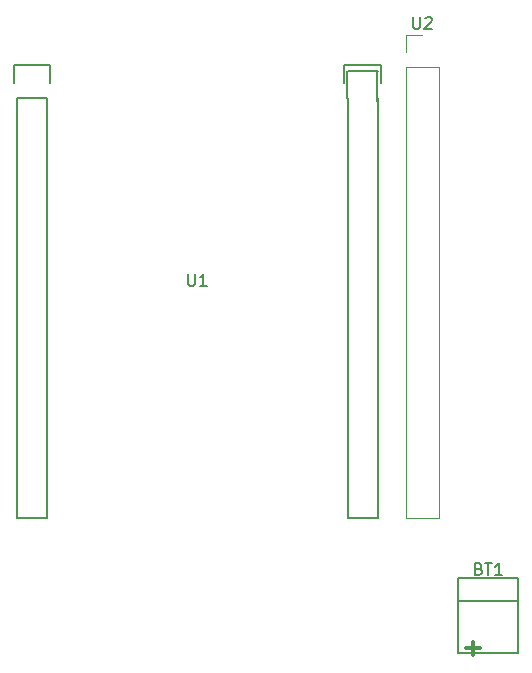
<source format=gbr>
G04 #@! TF.FileFunction,Legend,Top*
%FSLAX46Y46*%
G04 Gerber Fmt 4.6, Leading zero omitted, Abs format (unit mm)*
G04 Created by KiCad (PCBNEW 4.0.4+e1-6308~48~ubuntu16.04.1-stable) date Mon Jan  2 16:02:27 2017*
%MOMM*%
%LPD*%
G01*
G04 APERTURE LIST*
%ADD10C,0.100000*%
%ADD11C,0.300000*%
%ADD12C,0.150000*%
%ADD13C,0.120000*%
G04 APERTURE END LIST*
D10*
D11*
X151955428Y-131552143D02*
X150812571Y-131552143D01*
X151384000Y-132123571D02*
X151384000Y-130980714D01*
D12*
X155194000Y-127508000D02*
X150114000Y-127508000D01*
X155194000Y-131953000D02*
X150114000Y-131953000D01*
X150114000Y-125603000D02*
X155194000Y-125603000D01*
X150114000Y-125603000D02*
X150114000Y-131953000D01*
X155194000Y-125603000D02*
X155194000Y-131953000D01*
X140716000Y-82677000D02*
X140716000Y-84963000D01*
X143256000Y-82677000D02*
X143256000Y-85217000D01*
X140466000Y-82143000D02*
X143566000Y-82143000D01*
X140466000Y-83693000D02*
X140466000Y-82143000D01*
X143286000Y-82677000D02*
X140746000Y-82677000D01*
X143566000Y-82143000D02*
X143566000Y-83693000D01*
X143286000Y-120523000D02*
X143286000Y-84963000D01*
X140746000Y-120523000D02*
X143286000Y-120523000D01*
X140746000Y-84963000D02*
X140746000Y-120523000D01*
X112746000Y-84963000D02*
X112746000Y-120523000D01*
X112746000Y-120523000D02*
X115286000Y-120523000D01*
X115286000Y-120523000D02*
X115286000Y-84963000D01*
X115566000Y-82143000D02*
X115566000Y-83693000D01*
X115286000Y-84963000D02*
X112746000Y-84963000D01*
X112466000Y-83693000D02*
X112466000Y-82143000D01*
X112466000Y-82143000D02*
X115566000Y-82143000D01*
D13*
X145676000Y-82296000D02*
X145676000Y-120516000D01*
X145676000Y-120516000D02*
X148456000Y-120516000D01*
X148456000Y-120516000D02*
X148456000Y-82296000D01*
X148456000Y-82296000D02*
X145676000Y-82296000D01*
X145676000Y-81026000D02*
X145676000Y-79636000D01*
X145676000Y-79636000D02*
X147066000Y-79636000D01*
D12*
X151868286Y-124806571D02*
X152011143Y-124854190D01*
X152058762Y-124901810D01*
X152106381Y-124997048D01*
X152106381Y-125139905D01*
X152058762Y-125235143D01*
X152011143Y-125282762D01*
X151915905Y-125330381D01*
X151534952Y-125330381D01*
X151534952Y-124330381D01*
X151868286Y-124330381D01*
X151963524Y-124378000D01*
X152011143Y-124425619D01*
X152058762Y-124520857D01*
X152058762Y-124616095D01*
X152011143Y-124711333D01*
X151963524Y-124758952D01*
X151868286Y-124806571D01*
X151534952Y-124806571D01*
X152392095Y-124330381D02*
X152963524Y-124330381D01*
X152677809Y-125330381D02*
X152677809Y-124330381D01*
X153820667Y-125330381D02*
X153249238Y-125330381D01*
X153534952Y-125330381D02*
X153534952Y-124330381D01*
X153439714Y-124473238D01*
X153344476Y-124568476D01*
X153249238Y-124616095D01*
X127254095Y-99845381D02*
X127254095Y-100654905D01*
X127301714Y-100750143D01*
X127349333Y-100797762D01*
X127444571Y-100845381D01*
X127635048Y-100845381D01*
X127730286Y-100797762D01*
X127777905Y-100750143D01*
X127825524Y-100654905D01*
X127825524Y-99845381D01*
X128825524Y-100845381D02*
X128254095Y-100845381D01*
X128539809Y-100845381D02*
X128539809Y-99845381D01*
X128444571Y-99988238D01*
X128349333Y-100083476D01*
X128254095Y-100131095D01*
X146304095Y-78088381D02*
X146304095Y-78897905D01*
X146351714Y-78993143D01*
X146399333Y-79040762D01*
X146494571Y-79088381D01*
X146685048Y-79088381D01*
X146780286Y-79040762D01*
X146827905Y-78993143D01*
X146875524Y-78897905D01*
X146875524Y-78088381D01*
X147304095Y-78183619D02*
X147351714Y-78136000D01*
X147446952Y-78088381D01*
X147685048Y-78088381D01*
X147780286Y-78136000D01*
X147827905Y-78183619D01*
X147875524Y-78278857D01*
X147875524Y-78374095D01*
X147827905Y-78516952D01*
X147256476Y-79088381D01*
X147875524Y-79088381D01*
M02*

</source>
